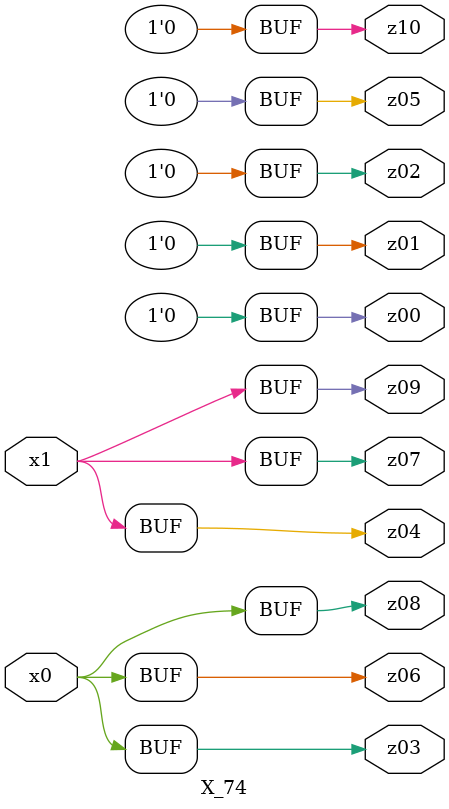
<source format=v>

module X_74 ( 
    x0, x1,
    z00, z01, z02, z03, z04, z05, z06, z07, z08, z09, z10  );
  input  x0, x1;
  output z00, z01, z02, z03, z04, z05, z06, z07, z08, z09, z10;
  assign z00 = 1'b0;
  assign z01 = 1'b0;
  assign z02 = 1'b0;
  assign z03 = x1 ? x0 : x0;
  assign z04 = x0 ? x1 : x1;
  assign z05 = 1'b0;
  assign z06 = x1 ? x0 : x0;
  assign z07 = x0 ? x1 : x1;
  assign z08 = x1 ? x0 : x0;
  assign z09 = x0 ? x1 : x1;
  assign z10 = 1'b0;
endmodule



</source>
